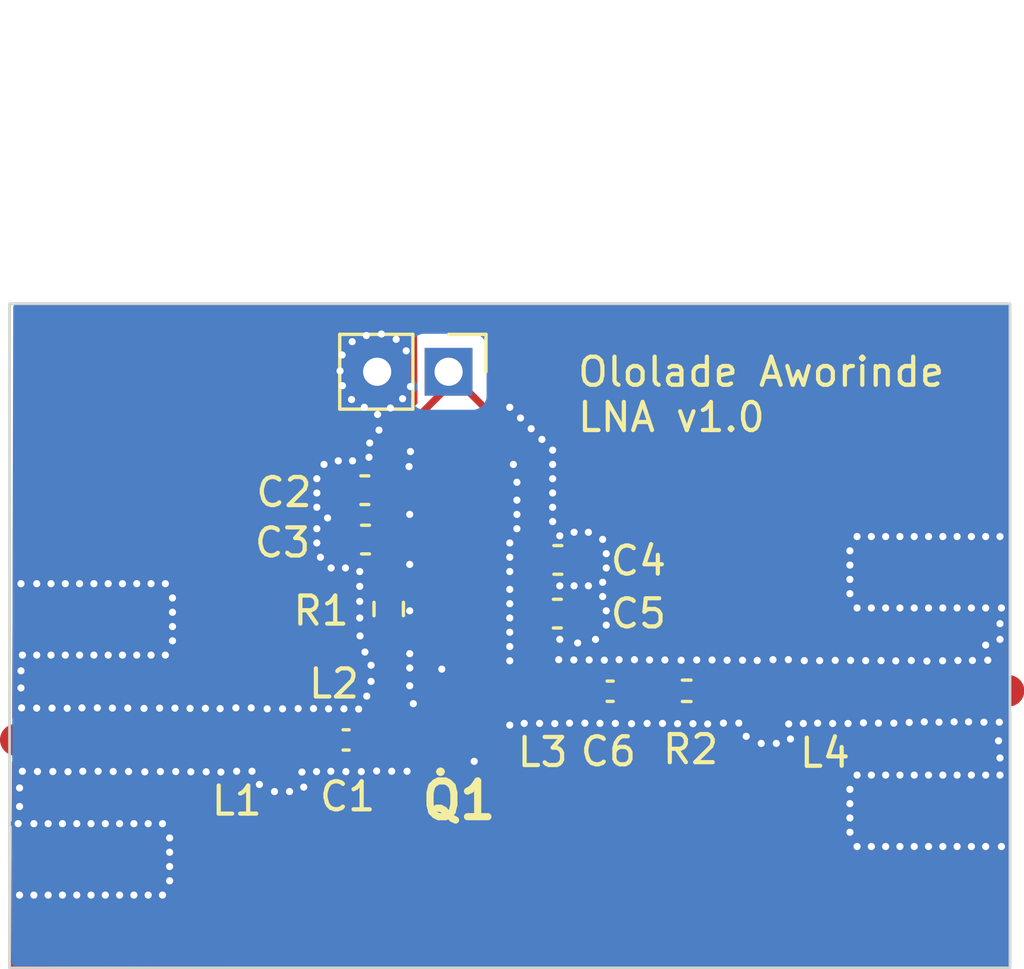
<source format=kicad_pcb>
(kicad_pcb (version 20240108) (generator "pcbnew") (generator_version "8.0")
  (layers (0 "F.Cu" signal) (31 "B.Cu" signal) (34 "B.Paste" user) (35 "F.Paste" user) (36 "B.SilkS" user "B.Silkscreen") (37 "F.SilkS" user "F.Silkscreen") (38 "B.Mask" user) (39 "F.Mask" user) (44 "Edge.Cuts" user))
  (net 0 "")
  (net 1 "Net-(Q1-B)")
  (net 2 "GND")
  (net 3 "Net-(Q1-C)")
  (net 4 "/RFin")
  (net 5 "VCC")
  (net 6 "Net-(C6-Pad2)")
  (net 7 "Net-(L2-Pad1)")
  (net 8 "/RF_out")
  (footprint "Connector_PinHeader_2.54mm:PinHeader_1x02_P2.54mm_Vertical" (layer "F.Cu") (at 126.858 68.459 -90)
    (property "Reference" "REF**" (hide yes))
    (property "Value" "PinHeader_1x02_P2.54mm_Vertical")
    (fp_line (start -1.33 3.87) (end 1.33 3.87) (stroke (width 0.12)) (layer "F.SilkS"))
    (fp_line (start -1.33 1.27) (end -1.33 3.87) (stroke (width 0.12)) (layer "F.SilkS"))
    (fp_line (start -1.33 1.27) (end 1.33 1.27) (stroke (width 0.12)) (layer "F.SilkS"))
    (fp_line (start 1.33 1.27) (end 1.33 3.87) (stroke (width 0.12)) (layer "F.SilkS"))
    (fp_line (start -1.33 0) (end -1.33 -1.33) (stroke (width 0.12)) (layer "F.SilkS"))
    (fp_line (start -1.33 -1.33) (end 0 -1.33) (stroke (width 0.12)) (layer "F.SilkS"))
    (pad "1" thru_hole rect (at 0 0 270) (size 1.7 1.7) (drill 1) (layers "*.Cu" "*.Mask") (net 5 "VCC"))
    (pad "2" thru_hole oval (at 0 2.54 270) (size 1.7 1.7) (drill 1) (layers "*.Cu" "*.Mask") (net 2 "GND"))
  )
  (footprint "Capacitor_SMD:C_0603_1608Metric" (layer "F.Cu") (at 130.722 77.061)
    (property "Reference" "C5" (at 2.882 0 0) (layer "F.SilkS"))
    (property "Value" "1nF")
    (fp_line (start -0.14058 -0.51) (end 0.14058 -0.51) (stroke (width 0.12)) (layer "F.SilkS"))
    (fp_line (start -0.14058 0.51) (end 0.14058 0.51) (stroke (width 0.12)) (layer "F.SilkS"))
    (pad "1" smd roundrect (at -0.775 0) (size 0.9 0.95) (layers "F.Cu" "F.Paste" "F.Mask") (net 5 "VCC"))
    (pad "2" smd roundrect (at 0.775 0) (size 0.9 0.95) (layers "F.Cu" "F.Paste" "F.Mask") (net 2 "GND"))
  )
  (footprint "Resistor_SMD:R_0603_1608Metric" (layer "F.Cu") (at 124.729 76.898 -90)
    (property "Reference" "R1" (at 0.064 2.4026 180) (layer "F.SilkS"))
    (property "Value" "27k")
    (fp_line (start -0.237258 0.5225) (end 0.237258 0.5225) (stroke (width 0.12)) (layer "F.SilkS"))
    (fp_line (start -0.237258 -0.5225) (end 0.237258 -0.5225) (stroke (width 0.12)) (layer "F.SilkS"))
    (pad "1" smd roundrect (at -0.825 0 270) (size 0.8 0.95) (layers "F.Cu" "F.Paste" "F.Mask") (net 5 "VCC"))
    (pad "2" smd roundrect (at 0.825 0 270) (size 0.8 0.95) (layers "F.Cu" "F.Paste" "F.Mask") (net 7 "Net-(L2-Pad1)"))
  )
  (footprint "Capacitor_SMD:C_0603_1608Metric" (layer "F.Cu") (at 123.904 74.428 180)
    (property "Reference" "C3" (at 2.9492 -0.11 0) (layer "F.SilkS"))
    (property "Value" "1nF")
    (fp_line (start -0.14058 0.51) (end 0.14058 0.51) (stroke (width 0.12)) (layer "F.SilkS"))
    (fp_line (start -0.14058 -0.51) (end 0.14058 -0.51) (stroke (width 0.12)) (layer "F.SilkS"))
    (pad "1" smd roundrect (at -0.775 0 180) (size 0.9 0.95) (layers "F.Cu" "F.Paste" "F.Mask") (net 5 "VCC"))
    (pad "2" smd roundrect (at 0.775 0 180) (size 0.9 0.95) (layers "F.Cu" "F.Paste" "F.Mask") (net 2 "GND"))
  )
  (footprint "Capacitor_SMD:C_0402_1005Metric" (layer "F.Cu") (at 123.215 81.553)
    (property "Reference" "C1" (at 0.0512 2.013 0) (layer "F.SilkS"))
    (property "Value" "10pF")
    (fp_line (start -0.107836 -0.36) (end 0.107836 -0.36) (stroke (width 0.12)) (layer "F.SilkS"))
    (fp_line (start -0.107836 0.36) (end 0.107836 0.36) (stroke (width 0.12)) (layer "F.SilkS"))
    (pad "1" smd roundrect (at -0.48 0) (size 0.56 0.62) (layers "F.Cu" "F.Paste" "F.Mask") (net 4 "/RFin"))
    (pad "2" smd roundrect (at 0.48 0) (size 0.56 0.62) (layers "F.Cu" "F.Paste" "F.Mask") (net 1 "Net-(Q1-B)"))
  )
  (footprint "Capacitor_SMD:C_0402_1005Metric" (layer "F.Cu") (at 132.6 79.821)
    (property "Reference" "C6" (at -0.0628 2.1448 0) (layer "F.SilkS"))
    (property "Value" "1pF")
    (fp_line (start -0.107836 -0.36) (end 0.107836 -0.36) (stroke (width 0.12)) (layer "F.SilkS"))
    (fp_line (start -0.107836 0.36) (end 0.107836 0.36) (stroke (width 0.12)) (layer "F.SilkS"))
    (pad "1" smd roundrect (at -0.48 0) (size 0.56 0.62) (layers "F.Cu" "F.Paste" "F.Mask") (net 3 "Net-(Q1-C)"))
    (pad "2" smd roundrect (at 0.48 0) (size 0.56 0.62) (layers "F.Cu" "F.Paste" "F.Mask") (net 6 "Net-(C6-Pad2)"))
  )
  (footprint "Resistor_SMD:R_0402_1005Metric" (layer "F.Cu") (at 135.32 79.806)
    (property "Reference" "R2" (at 0.1382 2.0836 0) (layer "F.SilkS"))
    (property "Value" "5 Ohm")
    (fp_line (start -0.153641 -0.38) (end 0.153641 -0.38) (stroke (width 0.12)) (layer "F.SilkS"))
    (fp_line (start -0.153641 0.38) (end 0.153641 0.38) (stroke (width 0.12)) (layer "F.SilkS"))
    (pad "1" smd roundrect (at -0.51 0) (size 0.54 0.64) (layers "F.Cu" "F.Paste" "F.Mask") (net 6 "Net-(C6-Pad2)"))
    (pad "2" smd roundrect (at 0.51 0) (size 0.54 0.64) (layers "F.Cu" "F.Paste" "F.Mask") (net 8 "/RF_out"))
  )
  (footprint "Capacitor_SMD:C_0603_1608Metric" (layer "F.Cu") (at 123.88 72.672 180)
    (property "Reference" "C2" (at 2.8744 -0.0736 0) (layer "F.SilkS"))
    (property "Value" "1uF")
    (fp_line (start -0.14058 0.51) (end 0.14058 0.51) (stroke (width 0.12)) (layer "F.SilkS"))
    (fp_line (start -0.14058 -0.51) (end 0.14058 -0.51) (stroke (width 0.12)) (layer "F.SilkS"))
    (pad "1" smd roundrect (at -0.775 0 180) (size 0.9 0.95) (layers "F.Cu" "F.Paste" "F.Mask") (net 5 "VCC"))
    (pad "2" smd roundrect (at 0.775 0 180) (size 0.9 0.95) (layers "F.Cu" "F.Paste" "F.Mask") (net 2 "GND"))
  )
  (footprint "Inductor_SMD:L_0402_1005Metric" (layer "F.Cu") (at 129.946 79.2 -90)
    (property "Reference" "L3" (at 2.7912 -0.2544 180) (layer "F.SilkS"))
    (property "Value" "4nH")
    (pad "1" smd roundrect (at -0.485 0 270) (size 0.59 0.64) (layers "F.Cu" "F.Paste" "F.Mask") (net 5 "VCC"))
    (pad "2" smd roundrect (at 0.485 0 270) (size 0.59 0.64) (layers "F.Cu" "F.Paste" "F.Mask") (net 3 "Net-(Q1-C)"))
  )
  (footprint "Inductor_SMD:L_0402_1005Metric" (layer "F.Cu") (at 138.059 80.4 -90)
    (property "Reference" "L4" (at 1.6166 -2.1744 180) (layer "F.SilkS"))
    (property "Value" "8nH")
    (pad "1" smd roundrect (at -0.485 0 270) (size 0.59 0.64) (layers "F.Cu" "F.Paste" "F.Mask") (net 8 "/RF_out"))
    (pad "2" smd roundrect (at 0.485 0 270) (size 0.59 0.64) (layers "F.Cu" "F.Paste" "F.Mask") (net 2 "GND"))
  )
  (footprint "Capacitor_SMD:C_0603_1608Metric" (layer "F.Cu") (at 130.741 75.151)
    (property "Reference" "C4" (at 2.863 0.033 0) (layer "F.SilkS"))
    (property "Value" "1uF")
    (fp_line (start -0.14058 -0.51) (end 0.14058 -0.51) (stroke (width 0.12)) (layer "F.SilkS"))
    (fp_line (start -0.14058 0.51) (end 0.14058 0.51) (stroke (width 0.12)) (layer "F.SilkS"))
    (pad "1" smd roundrect (at -0.775 0) (size 0.9 0.95) (layers "F.Cu" "F.Paste" "F.Mask") (net 5 "VCC"))
    (pad "2" smd roundrect (at 0.775 0) (size 0.9 0.95) (layers "F.Cu" "F.Paste" "F.Mask") (net 2 "GND"))
  )
  (footprint "SamacSys_Parts:BFP740H6327" (layer "F.Cu") (at 127.269 80.683)
    (property "Reference" "Q1" (at -0.043 3.025 0) (layer "F.SilkS") (effects (font (size 1.27 1.27) (thickness 0.254))))
    (property "Value" "BFP_740_H6327" (hide yes))
    (fp_line (start -0.75 2) (end -0.75 2) (stroke (width 0.2)) (layer "F.SilkS"))
    (fp_line (start -0.75 2) (end -0.75 2) (stroke (width 0.2)) (layer "F.SilkS"))
    (fp_line (start -0.65 2) (end -0.65 2) (stroke (width 0.2)) (layer "F.SilkS"))
    (fp_arc (start -0.75 2) (mid -0.7 1.95) (end -0.65 2) (stroke (width 0.2)) (layer "F.SilkS"))
    (fp_arc (start -0.65 2) (mid -0.7 2.05) (end -0.75 2) (stroke (width 0.2)) (layer "F.SilkS"))
    (fp_arc (start -0.65 2) (mid -0.7 2.05) (end -0.75 2) (stroke (width 0.2)) (layer "F.SilkS"))
    (pad "1" smd rect (at -0.65 0.8) (size 0.6 0.8) (layers "F.Cu" "F.Paste" "F.Mask") (net 1 "Net-(Q1-B)"))
    (pad "2" smd rect (at 0.5 0.8 90) (size 0.8 0.9) (layers "F.Cu" "F.Paste" "F.Mask") (net 2 "GND"))
    (pad "3" smd rect (at 0.65 -0.8) (size 0.6 0.8) (layers "F.Cu" "F.Paste" "F.Mask") (net 3 "Net-(Q1-C)"))
    (pad "4" smd rect (at -0.65 -0.8) (size 0.6 0.8) (layers "F.Cu" "F.Paste" "F.Mask") (net 2 "GND"))
  )
  (footprint "Inductor_SMD:L_0402_1005Metric" (layer "F.Cu") (at 120.925 82.155 -90)
    (property "Reference" "L1" (at 1.5634 1.5958 180) (layer "F.SilkS"))
    (property "Value" "18nH")
    (pad "1" smd roundrect (at -0.485 0 270) (size 0.59 0.64) (layers "F.Cu" "F.Paste" "F.Mask") (net 4 "/RFin"))
    (pad "2" smd roundrect (at 0.485 0 270) (size 0.59 0.64) (layers "F.Cu" "F.Paste" "F.Mask") (net 2 "GND"))
  )
  (footprint "Inductor_SMD:L_0402_1005Metric" (layer "F.Cu") (at 124.776 80.845 -90)
    (property "Reference" "L2" (at -1.2922 1.9924 180) (layer "F.SilkS"))
    (property "Value" "10nH")
    (pad "1" smd roundrect (at -0.485 0 270) (size 0.59 0.64) (layers "F.Cu" "F.Paste" "F.Mask") (net 7 "Net-(L2-Pad1)"))
    (pad "2" smd roundrect (at 0.485 0 270) (size 0.59 0.64) (layers "F.Cu" "F.Paste" "F.Mask") (net 1 "Net-(Q1-B)"))
  )
  (gr_rect (start 111.252 66.04) (end 146.812 89.662) (stroke (width 0.1)) (fill none) (layer "Edge.Cuts"))
  (gr_text "Ololade Aworinde\nLNA v1.0" (at 131.3688 70.6628 0) (layer "F.SilkS") (effects (font (size 1 1)) (justify left bottom)))
  (segment (start 124.107 81.543) (end 124.109 81.541) (width 1.12) (layer "F.Cu") (net 1))
  (segment (start 124.109 81.541) (end 126.109 81.541) (width 1.12) (layer "F.Cu") (net 1))
  (segment (start 127.767 82.315) (end 127.769 82.156) (width 0.5) (layer "F.Cu") (net 2))
  (segment (start 126.619 79.236) (end 126.616 79.035) (width 0.5) (layer "F.Cu") (net 2))
  (segment (start 126.616 79.035) (end 126.619 79.883) (width 0.5) (layer "F.Cu") (net 2))
  (segment (start 127.769 81.483) (end 127.767 82.315) (width 0.5) (layer "F.Cu") (net 2))
  (via (at 129.286 73.025) (size 0.508) (drill 0.254) (layers "F.Cu" "B.Cu") (net 2))
  (via (at 112.1156 87.0712) (size 0.508) (drill 0.254) (layers "F.Cu" "B.Cu") (net 2))
  (via (at 123.074 67.863) (size 0.508) (drill 0.254) (layers "F.Cu" "B.Cu") (net 2))
  (via (at 143.408397 82.803998) (size 0.508) (drill 0.254) (layers "F.Cu" "B.Cu") (net 2))
  (via (at 112.79 82.677) (size 0.508) (drill 0.254) (layers "F.Cu" "B.Cu") (net 2))
  (via (at 113.7412 75.9968) (size 0.508) (drill 0.254) (layers "F.Cu" "B.Cu") (net 2))
  (via (at 113.301 80.429) (size 0.508) (drill 0.254) (layers "F.Cu" "B.Cu") (net 2))
  (via (at 118.764 82.696) (size 0.508) (drill 0.254) (layers "F.Cu" "B.Cu") (net 2))
  (via (at 122.174 74.549) (size 0.508) (drill 0.254) (layers "F.Cu" "B.Cu") (net 2))
  (via (at 114.7572 78.5368) (size 0.508) (drill 0.254) (layers "F.Cu" "B.Cu") (net 2))
  (via (at 143.9164 76.8604) (size 0.508) (drill 0.254) (layers "F.Cu" "B.Cu") (net 2))
  (via (at 129.159 71.755) (size 0.508) (drill 0.254) (layers "F.Cu" "B.Cu") (net 2))
  (via (at 116.1796 87.0712) (size 0.508) (drill 0.254) (layers "F.Cu" "B.Cu") (net 2))
  (via (at 130.772 78.7) (size 0.508) (drill 0.254) (layers "F.Cu" "B.Cu") (net 2))
  (via (at 146.507201 85.344003) (size 0.508) (drill 0.254) (layers "F.Cu" "B.Cu") (net 2))
  (via (at 125.351 67.716) (size 0.508) (drill 0.254) (layers "F.Cu" "B.Cu") (net 2))
  (via (at 112.6236 84.5312) (size 0.508) (drill 0.254) (layers "F.Cu" "B.Cu") (net 2))
  (via (at 131.826 76.073) (size 0.508) (drill 0.254) (layers "F.Cu" "B.Cu") (net 2))
  (via (at 122.301 75.057) (size 0.508) (drill 0.254) (layers "F.Cu" "B.Cu") (net 2))
  (via (at 146.4056 81.5848) (size 0.508) (drill 0.254) (layers "F.Cu" "B.Cu") (net 2))
  (via (at 120.955 80.447) (size 0.508) (drill 0.254) (layers "F.Cu" "B.Cu") (net 2))
  (via (at 140.047 78.734) (size 0.508) (drill 0.254) (layers "F.Cu" "B.Cu") (net 2))
  (via (at 137.305 78.719) (size 0.508) (drill 0.254) (layers "F.Cu" "B.Cu") (net 2))
  (via (at 122.164 82.68) (size 0.508) (drill 0.254) (layers "F.Cu" "B.Cu") (net 2))
  (via (at 130.631 80.972) (size 0.508) (drill 0.254) (layers "F.Cu" "B.Cu") (net 2))
  (via (at 115.7732 78.5368) (size 0.508) (drill 0.254) (layers "F.Cu" "B.Cu") (net 2))
  (via (at 143.9164 85.344) (size 0.508) (drill 0.254) (layers "F.Cu" "B.Cu") (net 2))
  (via (at 132.918 78.7) (size 0.508) (drill 0.254) (layers "F.Cu" "B.Cu") (net 2))
  (via (at 137.435 81.425) (size 0.508) (drill 0.254) (layers "F.Cu" "B.Cu") (net 2))
  (via (at 111.6076 87.0712) (size 0.508) (drill 0.254) (layers "F.Cu" "B.Cu") (net 2))
  (via (at 136.066 80.984) (size 0.508) (drill 0.254) (layers "F.Cu" "B.Cu") (net 2))
  (via (at 129.032 78.74) (size 0.508) (drill 0.254) (layers "F.Cu" "B.Cu") (net 2))
  (via (at 111.6076 83.2612) (size 0.508) (drill 0.254) (layers "F.Cu" "B.Cu") (net 2))
  (via (at 144.424401 85.343998) (size 0.508) (drill 0.254) (layers "F.Cu" "B.Cu") (net 2))
  (via (at 113.6396 84.5312) (size 0.508) (drill 0.254) (layers "F.Cu" "B.Cu") (net 2))
  (via (at 129.032 78.232) (size 0.508) (drill 0.254) (layers "F.Cu" "B.Cu") (net 2))
  (via (at 122.555 73.66) (size 0.508) (drill 0.254) (layers "F.Cu" "B.Cu") (net 2))
  (via (at 141.122401 75.336402) (size 0.508) (drill 0.254) (layers "F.Cu" "B.Cu") (net 2))
  (via (at 141.147 78.724) (size 0.508) (drill 0.254) (layers "F.Cu" "B.Cu") (net 2))
  (via (at 120.133 83.137) (size 0.508) (drill 0.254) (layers "F.Cu" "B.Cu") (net 2))
  (via (at 112.244 82.677) (size 0.508) (drill 0.254) (layers "F.Cu" "B.Cu") (net 2))
  (via (at 144.291 80.922) (size 0.508) (drill 0.254) (layers "F.Cu" "B.Cu") (net 2))
  (via (at 117.0432 77.5208) (size 0.508) (drill 0.254) (layers "F.Cu" "B.Cu") (net 2))
  (via (at 134 78.709) (size 0.508) (drill 0.254) (layers "F.Cu" "B.Cu") (net 2))
  (via (at 132.461 75.438) (size 0.508) (drill 0.254) (layers "F.Cu" "B.Cu") (net 2))
  (via (at 123 68.43) (size 0.508) (drill 0.254) (layers "F.Cu" "B.Cu") (net 2))
  (via (at 117.0432 77.0128) (size 0.508) (drill 0.254) (layers "F.Cu" "B.Cu") (net 2))
  (via (at 142.392402 76.860402) (size 0.508) (drill 0.254) (layers "F.Cu" "B.Cu") (net 2))
  (via (at 116.585 80.423) (size 0.508) (drill 0.254) (layers "F.Cu" "B.Cu") (net 2))
  (via (at 146.4564 77.978) (size 0.508) (drill 0.254) (layers "F.Cu" "B.Cu") (net 2))
  (via (at 129.032 69.723) (size 0.508) (drill 0.254) (layers "F.Cu" "B.Cu") (net 2))
  (via (at 141.1224 83.312001) (size 0.508) (drill 0.254) (layers "F.Cu" "B.Cu") (net 2))
  (via (at 143.408401 85.343998) (size 0.508) (drill 0.254) (layers "F.Cu" "B.Cu") (net 2))
  (via (at 146.507201 76.860403) (size 0.508) (drill 0.254) (layers "F.Cu" "B.Cu") (net 2))
  (via (at 123.137 80.446) (size 0.508) (drill 0.254) (layers "F.Cu" "B.Cu") (net 2))
  (via (at 116.1796 84.5312) (size 0.508) (drill 0.254) (layers "F.Cu" "B.Cu") (net 2))
  (via (at 115.6716 84.5312) (size 0.508) (drill 0.254) (layers "F.Cu" "B.Cu") (net 2))
  (via (at 131.702 80.956) (size 0.508) (drill 0.254) (layers "F.Cu" "B.Cu") (net 2))
  (via (at 134.546 78.709) (size 0.508) (drill 0.254) (layers "F.Cu" "B.Cu") (net 2))
  (via (at 142.3924 82.804) (size 0.508) (drill 0.254) (layers "F.Cu" "B.Cu") (net 2))
  (via (at 118.213 80.432) (size 0.508) (drill 0.254) (layers "F.Cu" "B.Cu") (net 2))
  (via (at 145.948398 76.860398) (size 0.508) (drill 0.254) (layers "F.Cu" "B.Cu") (net 2))
  (via (at 141.122399 84.836001) (size 0.508) (drill 0.254) (layers "F.Cu" "B.Cu") (net 2))
  (via (at 130.81 77.978) (size 0.508) (drill 0.254) (layers "F.Cu" "B.Cu") (net 2))
  (via (at 113.2332 75.9968) (size 0.508) (drill 0.254) (layers "F.Cu" "B.Cu") (net 2))
  (via (at 137.828 78.728) (size 0.508) (drill 0.254) (layers "F.Cu" "B.Cu") (net 2))
  (via (at 118.736 80.441) (size 0.508) (drill 0.254) (layers "F.Cu" "B.Cu") (net 2))
  (via (at 129.032 81.026) (size 0.508) (drill 0.254) (layers "F.Cu" "B.Cu") (net 2))
  (via (at 116.059 82.688) (size 0.508) (drill 0.254) (layers "F.Cu" "B.Cu") (net 2))
  (via (at 113.6396 87.0712) (size 0.508) (drill 0.254) (layers "F.Cu" "B.Cu") (net 2))
  (via (at 112.762 80.422) (size 0.508) (drill 0.254) (layers "F.Cu" "B.Cu") (net 2))
  (via (at 120.409 80.447) (size 0.508) (drill 0.254) (layers "F.Cu" "B.Cu") (net 2))
  (via (at 122.174 72.771) (size 0.508) (drill 0.254) (layers "F.Cu" "B.Cu") (net 2))
  (via (at 130.556 71.247) (size 0.508) (drill 0.254) (layers "F.Cu" "B.Cu") (net 2))
  (via (at 112.1156 84.5312) (size 0.508) (drill 0.254) (layers "F.Cu" "B.Cu") (net 2))
  (via (at 125.5014 71.2978) (size 0.508) (drill 0.254) (layers "F.Cu" "B.Cu") (net 2))
  (via (at 142.900399 76.860398) (size 0.508) (drill 0.254) (layers "F.Cu" "B.Cu") (net 2))
  (via (at 134.997 80.975) (size 0.508) (drill 0.254) (layers "F.Cu" "B.Cu") (net 2))
  (via (at 131.308 78.709) (size 0.508) (drill 0.254) (layers "F.Cu" "B.Cu") (net 2))
  (via (at 141.376399 85.344003) (size 0.508) (drill 0.254) (layers "F.Cu" "B.Cu") (net 2))
  (via (at 114.7572 75.9968) (size 0.508) (drill 0.254) (layers "F.Cu" "B.Cu") (net 2))
  (via (at 141.8844 74.3204) (size 0.508) (drill 0.254) (layers "F.Cu" "B.Cu") (net 2))
  (via (at 131.854 78.709) (size 0.508) (drill 0.254) (layers "F.Cu" "B.Cu") (net 2))
  (via (at 114.6556 87.0712) (size 0.508) (drill 0.254) (layers "F.Cu" "B.Cu") (net 2))
  (via (at 146.4564 74.3204) (size 0.508) (drill 0.254) (layers "F.Cu" "B.Cu") (net 2))
  (via (at 135.123 78.72) (size 0.508) (drill 0.254) (layers "F.Cu" "B.Cu") (net 2))
  (via (at 145.440399 76.860401) (size 0.508) (drill 0.254) (layers "F.Cu" "B.Cu") (net 2))
  (via (at 123.754 82.68) (size 0.508) (drill 0.254) (layers "F.Cu" "B.Cu") (net 2))
  (via (at 129.032 75.057) (size 0.508) (drill 0.254) (layers "F.Cu" "B.Cu") (net 2))
  (via (at 124.994 67.307) (size 0.508) (drill 0.254) (layers "F.Cu" "B.Cu") (net 2))
  (via (at 132.238 80.965) (size 0.508) (drill 0.254) (layers "F.Cu" "B.Cu") (net 2))
  (via (at 115.1636 84.5312) (size 0.508) (drill 0.254) (layers "F.Cu" "B.Cu") (net 2))
  (via (at 120.669 83.389) (size 0.508) (drill 0.254) (layers "F.Cu" "B.Cu") (net 2))
  (via (at 132.393 78.716) (size 0.508) (drill 0.254) (layers "F.Cu" "B.Cu") (net 2))
  (via (at 111.6584 79.0956) (size 0.508) (drill 0.254) (layers "F.Cu" "B.Cu") (net 2))
  (via (at 123.699 77.215) (size 0.508) (drill 0.254) (layers "F.Cu" "B.Cu") (net 2))
  (via (at 131.156 80.956) (size 0.508) (drill 0.254) (layers "F.Cu" "B.Cu") (net 2))
  (via (at 141.122399 76.352401) (size 0.508) (drill 0.254) (layers "F.Cu" "B.Cu") (net 2))
  (via (at 123.43 67.391) (size 0.508) (drill 0.254) (layers "F.Cu" "B.Cu") (net 2))
  (via (at 141.3764 74.3204) (size 0.508) (drill 0.254) (layers "F.Cu" "B.Cu") (net 2))
  (via (at 116.031 80.433) (size 0.508) (drill 0.254) (layers "F.Cu" "B.Cu") (net 2))
  (via (at 115.482 82.677) (size 0.508) (drill 0.254) (layers "F.Cu" "B.Cu") (net 2))
  (via (at 142.137 80.956) (size 0.508) (drill 0.254) (layers "F.Cu" "B.Cu") (net 2))
  (via (at 113.1316 87.0712) (size 0.508) (drill 0.254) (layers "F.Cu" "B.Cu") (net 2))
  (via (at 125.476 73.533) (size 0.508) (drill 0.254) (layers "F.Cu" "B.Cu") (net 2))
  (via (at 114.1476 84.5312) (size 0.508) (drill 0.254) (layers "F.Cu" "B.Cu") (net 2))
  (via (at 133.464 78.7) (size 0.508) (drill 0.254) (layers "F.Cu" "B.Cu") (net 2))
  (via (at 127.767 82.315) (size 0.508) (drill 0.254) (layers "F.Cu" "B.Cu") (net 2))
  (via (at 123.698 75.565) (size 0.508) (drill 0.254) (layers "F.Cu" "B.Cu") (net 2))
  (via (at 125.476 79.629) (size 0.508) (drill 0.254) (layers "F.Cu" "B.Cu") (net 2))
  (via (at 146.432 80.922) (size 0.508) (drill 0.254) (layers "F.Cu" "B.Cu") (net 2))
  (via (at 138.947 80.984) (size 0.508) (drill 0.254) (layers "F.Cu" "B.Cu") (net 2))
  (via (at 145.9484 82.804) (size 0.508) (drill 0.254) (layers "F.Cu" "B.Cu") (net 2))
  (via (at 121.645 82.696) (size 0.508) (drill 0.254) (layers "F.Cu" "B.Cu") (net 2))
  (via (at 144.9324 85.343998) (size 0.508) (drill 0.254) (layers "F.Cu" "B.Cu") (net 2))
  (via (at 146.4564 82.1944) (size 0.508) (drill 0.254) (layers "F.Cu" "B.Cu") (net 2))
  (via (at 139.01 81.519) (size 0.508) (drill 0.254) (layers "F.Cu" "B.Cu") (net 2))
  (via (at 114.6556 84.5312) (size 0.508) (drill 0.254) (layers "F.Cu" "B.Cu") (net 2))
  (via (at 125.4506 71.8312) (size 0.508) (drill 0.254) (layers "F.Cu" "B.Cu") (net 2))
  (via (at 145.9484 78.1812) (size 0.508) (drill 0.254) (layers "F.Cu" "B.Cu") (net 2))
  (via (at 113.1316 84.5312) (size 0.508) (drill 0.254) (layers "F.Cu" "B.Cu") (net 2))
  (via (at 114.1476 87.0712) (size 0.508) (drill 0.254) (layers "F.Cu" "B.Cu") (net 2))
  (via (at 136.223 78.71) (size 0.508) (drill 0.254) (layers "F.Cu" "B.Cu") (net 2))
  (via (at 116.7892 78.5368) (size 0.508) (drill 0.254) (layers "F.Cu" "B.Cu") (net 2))
  (via (at 116.6876 87.0712) (size 0.508) (drill 0.254) (layers "F.Cu" "B.Cu") (net 2))
  (via (at 131.445 78.105) (size 0.508) (drill 0.254) (layers "F.Cu" "B.Cu") (net 2))
  (via (at 133.915 80.966) (size 0.508) (drill 0.254) (layers "F.Cu" "B.Cu") (net 2))
  (via (at 130.175 70.866) (size 0.508) (drill 0.254) (layers "F.Cu" "B.Cu") (net 2))
  (via (at 124.3 82.657) (size 0.508) (drill 0.254) (layers "F.Cu" "B.Cu") (net 2))
  (via (at 122.174 73.279) (size 0.508) (drill 0.254) (layers "F.Cu" "B.Cu") (net 2))
  (via (at 141.8844 82.804) (size 0.508) (drill 0.254) (layers "F.Cu" "B.Cu") (net 2))
  (via (at 129.032 75.565) (size 0.508) (drill 0.254) (layers "F.Cu" "B.Cu") (net 2))
  (via (at 130.556 72.771) (size 0.508) (drill 0.254) (layers "F.Cu" "B.Cu") (net 2))
  (via (at 130.556 73.787) (size 0.508) (drill 0.254) (layers "F.Cu" "B.Cu") (net 2))
  (via (at 132.461 77.47) (size 0.508) (drill 0.254) (layers "F.Cu" "B.Cu") (net 2))
  (via (at 114.936 82.677) (size 0.508) (drill 0.254) (layers "F.Cu" "B.Cu") (net 2))
  (via (at 144.9324 82.804) (size 0.508) (drill 0.254) (layers "F.Cu" "B.Cu") (net 2))
  (via (at 129.286 73.533) (size 0.508) (drill 0.254) (layers "F.Cu" "B.Cu") (net 2))
  (via (at 145.477 78.728) (size 0.508) (drill 0.254) (layers "F.Cu" "B.Cu") (net 2))
  (via (at 124.333 69.977) (size 0.508) (drill 0.254) (layers "F.Cu" "B.Cu") (net 2))
  (via (at 135.543 80.975) (size 0.508) (drill 0.254) (layers "F.Cu" "B.Cu") (net 2))
  (via (at 146.022 78.718) (size 0.508) (drill 0.254) (layers "F.Cu" "B.Cu") (net 2))
  (via (at 122.174 72.263) (size 0.508) (drill 0.254) (layers "F.Cu" "B.Cu") (net 2))
  (via (at 122.673 82.669) (size 0.508) (drill 0.254) (layers "F.Cu" "B.Cu") (net 2))
  (via (at 124.7902 69.7484) (size 0.508) (drill 0.254) (layers "F.Cu" "B.Cu") (net 2))
  (via (at 129.286 72.39) (size 0.508) (drill 0.254) (layers "F.Cu" "B.Cu") (net 2))
  (via (at 130.556 73.279) (size 0.508) (drill 0.254) (layers "F.Cu" "B.Cu") (net 2))
  (via (at 119.87 82.667) (size 0.508) (drill 0.254) (layers "F.Cu" "B.Cu") (net 2))
  (via (at 114.4 82.668) (size 0.508) (drill 0.254) (layers "F.Cu" "B.Cu") (net 2))
  (via (at 145.9484 74.3204) (size 0.508) (drill 0.254) (layers "F.Cu" "B.Cu") (net 2))
  (via (at 114.372 80.413) (size 0.508) (drill 0.254) (layers "F.Cu" "B.Cu") (net 2))
  (via (at 115.2652 75.9968) (size 0.508) (drill 0.254) (layers "F.Cu" "B.Cu") (net 2))
  (via (at 119.842 80.412) (size 0.508) (drill 0.254) (layers "F.Cu" "B.Cu") (net 2))
  (via (at 111.708 82.668) (size 0.508) (drill 0.254) (layers "F.Cu" "B.Cu") (net 2))
  (via (at 129.032 77.216) (size 0.508) (drill 0.254) (layers "F.Cu" "B.Cu") (net 2))
  (via (at 126.616 79.035) (size 0.508) (drill 0.254) (layers "F.Cu" "B.Cu") (net 2))
  (via (at 130.556 72.263) (size 0.508) (drill 0.254) (layers "F.Cu" "B.Cu") (net 2))
  (via (at 135.677 78.71) (size 0.508) (drill 0.254) (layers "F.Cu" "B.Cu") (net 2))
  (via (at 136.759 78.719) (size 0.508) (drill 0.254) (layers "F.Cu" "B.Cu") (net 2))
  (via (at 112.6236 87.0712) (size 0.508) (drill 0.254) (layers "F.Cu" "B.Cu") (net 2))
  (via (at 112.7252 75.9968) (size 0.508) (drill 0.254) (layers "F.Cu" "B.Cu") (net 2))
  (via (at 139.975 80.957) (size 0.508) (drill 0.254) (layers "F.Cu" "B.Cu") (net 2))
  (via (at 112.2172 75.9968) (size 0.508) (drill 0.254) (layers "F.Cu" "B.Cu") (net 2))
  (via (at 123.19 75.438) (size 0.508) (drill 0.254) (layers "F.Cu" "B.Cu") (net 2))
  (via (at 132.461 74.93) (size 0.508) (drill 0.254) (layers "F.Cu" "B.Cu") (net 2))
  (via (at 112.7252 78.5368) (size 0.508) (drill 0.254) (layers "F.Cu" "B.Cu") (net 2))
  (via (at 141.8844 76.8604) (size 0.508) (drill 0.254) (layers "F.Cu" "B.Cu") (net 2))
  (via (at 116.7892 75.9968) (size 0.508) (drill 0.254) (layers "F.Cu" "B.Cu") (net 2))
  (via (at 113.854 82.668) (size 0.508) (drill 0.254) (layers "F.Cu" "B.Cu") (net 2))
  (via (at 142.752 78.742) (size 0.508) (drill 0.254) (layers "F.Cu" "B.Cu") (net 2))
  (via (at 138.388 78.699) (size 0.508) (drill 0.254) (layers "F.Cu" "B.Cu") (net 2))
  (via (at 137.172 80.955) (size 0.508) (drill 0.254) (layers "F.Cu" "B.Cu") (net 2))
  (via (at 131.318 76.073) (size 0.508) (drill 0.254) (layers "F.Cu" "B.Cu") (net 2))
  (via (at 114.2492 75.9968) (size 0.508) (drill 0.254) (layers "F.Cu" "B.Cu") (net 2))
  (via (at 144.4244 74.3204) (size 0.508) (drill 0.254) (layers "F.Cu" "B.Cu") (net 2))
  (via (at 141.3764 82.804) (size 0.508) (drill 0.254) (layers "F.Cu" "B.Cu") (net 2))
  (via (at 116.9416 86.0552) (size 0.508) (drill 0.254) (layers "F.Cu" "B.Cu") (net 2))
  (via (at 144.962 78.728) (size 0.508) (drill 0.254) (layers "F.Cu" "B.Cu") (net 2))
  (via (at 111.6584 79.7052) (size 0.508) (drill 0.254) (layers "F.Cu" "B.Cu") (net 2))
  (via (at 143.408397 74.320398) (size 0.508) (drill 0.254) (layers "F.Cu" "B.Cu") (net 2))
  (via (at 123.885 78.428) (size 0.508) (drill 0.254) (layers "F.Cu" "B.Cu") (net 2))
  (via (at 117.667 80.432) (size 0.508) (drill 0.254) (layers "F.Cu" "B.Cu") (net 2))
  (via (at 122.682 75.438) (size 0.508) (drill 0.254) (layers "F.Cu" "B.Cu") (net 2))
  (via (at 112.2172 78.5368) (size 0.508) (drill 0.254) (layers "F.Cu" "B.Cu") (net 2))
  (via (at 138.506 81.677) (size 0.508) (drill 0.254) (layers "F.Cu" "B.Cu") (net 2))
  (via (at 139.501 78.734) (size 0.508) (drill 0.254) (layers "F.Cu" "B.Cu") (net 2))
  (via (at 144.4244 82.804) (size 0.508) (drill 0.254) (layers "F.Cu" "B.Cu") (net 2))
  (via (at 144.9324 74.3204) (size 0.508) (drill 0.254) (layers "F.Cu" "B.Cu") (net 2))
  (via (at 115.2652 78.5368) (size 0.508) (drill 0.254) (layers "F.Cu" "B.Cu") (net 2))
  (via (at 123.861 69.721) (size 0.508) (drill 0.254) (layers "F.Cu" "B.Cu") (net 2))
  (via (at 122.936 71.628) (size 0.508) (drill 0.254) (layers "F.Cu" "B.Cu") (net 2))
  (via (at 139.466 80.968) (size 0.508) (drill 0.254) (layers "F.Cu" "B.Cu") (net 2))
  (via (at 113.826 80.413) (size 0.508) (drill 0.254) (layers "F.Cu" "B.Cu") (net 2))
  (via (at 125.603 80.264) (size 0.508) (drill 0.254) (layers "F.Cu" "B.Cu") (net 2))
  (via (at 142.9004 74.3204) (size 0.508) (drill 0.254) (layers "F.Cu" "B.Cu") (net 2))
  (via (at 140.601 78.724) (size 0.508) (drill 0.254) (layers "F.Cu" "B.Cu") (net 2))
  (via (at 133.361 80.976) (size 0.508) (drill 0.254) (layers "F.Cu" "B.Cu") (net 2))
  (via (at 117.0432 78.0288) (size 0.508) (drill 0.254) (layers "F.Cu" "B.Cu") (net 2))
  (via (at 123.699 76.092) (size 0.508) (drill 0.254) (layers "F.Cu" "B.Cu") (net 2))
  (via (at 141.602 80.945) (size 0.508) (drill 0.254) (layers "F.Cu" "B.Cu") (net 2))
  (via (at 114.908 80.422) (size 0.508) (drill 0.254) (layers "F.Cu" "B.Cu") (net 2))
  (via (at 116.9416 85.0392) (size 0.508) (drill 0.254) (layers "F.Cu" "B.Cu") (net 2))
  (via (at 112.216 80.422) (size 0.508) (drill 0.254) (layers "F.Cu" "B.Cu") (net 2))
  (via (at 116.9416 86.5632) (size 0.508) (drill 0.254) (layers "F.Cu" "B.Cu") (net 2))
  (via (at 145.4404 82.803998) (size 0.508) (drill 0.254) (layers "F.Cu" "B.Cu") (net 2))
  (via (at 115.7732 75.9968) (size 0.508) (drill 0.254) (layers "F.Cu" "B.Cu") (net 2))
  (via (at 143.86 78.749) (size 0.508) (drill 0.254) (layers "F.Cu" "B.Cu") (net 2))
  (via (at 146.4564 77.4192) (size 0.508) (drill 0.254) (layers "F.Cu" "B.Cu") (net 2))
  (via (at 131.826 74.168) (size 0.508) (drill 0.254) (layers "F.Cu" "B.Cu") (net 2))
  (via (at 142.900399 85.343998) (size 0.508) (drill 0.254) (layers "F.Cu" "B.Cu") (net 2))
  (via (at 125.476 78.994) (size 0.508) (drill 0.254) (layers "F.Cu" "B.Cu") (net 2))
  (via (at 111.6076 83.9216) (size 0.508) (drill 0.254) (layers "F.Cu" "B.Cu") (net 2))
  (via (at 117.695 82.687) (size 0.508) (drill 0.254) (layers "F.Cu" "B.Cu") (net 2))
  (via (at 118.241 82.687) (size 0.508) (drill 0.254) (layers "F.Cu" "B.Cu") (net 2))
  (via (at 124.835 82.668) (size 0.508) (drill 0.254) (layers "F.Cu" "B.Cu") (net 2))
  (via (at 132.08 77.978) (size 0.508) (drill 0.254) (layers "F.Cu" "B.Cu") (net 2))
  (via (at 141.8844 85.344) (size 0.508) (drill 0.254) (layers "F.Cu" "B.Cu") (net 2))
  (via (at 129.413 70.104) (size 0.508) (drill 0.254) (layers "F.Cu" "B.Cu") (net 2))
  (via (at 125.476 78.486) (size 0.508) (drill 0.254) (layers "F.Cu" "B.Cu") (net 2))
  (via (at 143.766 80.911) (size 0.508) (drill 0.254) (layers "F.Cu" "B.Cu") (net 2))
  (via (at 130.81 74.295) (size 0.508) (drill 0.254) (layers "F.Cu" "B.Cu") (net 2))
  (via (at 124.469 67.118) (size 0.508) (drill 0.254) (layers "F.Cu" "B.Cu") (net 2))
  (via (at 143.304 78.728) (size 0.508) (drill 0.254) (layers "F.Cu" "B.Cu") (net 2))
  (via (at 141.683 78.733) (size 0.508) (drill 0.254) (layers "F.Cu" "B.Cu") (net 2))
  (via (at 113.7412 78.5368) (size 0.508) (drill 0.254) (layers "F.Cu" "B.Cu") (net 2))
  (via (at 144.417 78.739) (size 0.508) (drill 0.254) (layers "F.Cu" "B.Cu") (net 2))
  (via (at 111.7092 78.5368) (size 0.508) (drill 0.254) (layers "F.Cu" "B.Cu") (net 2))
  (via (at 129.032 77.724) (size 0.508) (drill 0.254) (layers "F.Cu" "B.Cu") (net 2))
  (via (at 123.66 80.455) (size 0.508) (drill 0.254) (layers "F.Cu" "B.Cu") (net 2))
  (via (at 129.032 76.708) (size 0.508) (drill 0.254) (layers "F.Cu" "B.Cu") (net 2))
  (via (at 137.971 81.677) (size 0.508) (drill 0.254) (layers "F.Cu" "B.Cu") (net 2))
  (via (at 144.424401 76.860398) (size 0.508) (drill 0.254) (layers "F.Cu" "B.Cu") (net 2))
  (via (at 121.204 83.389) (size 0.508) (drill 0.254) (layers "F.Cu" "B.Cu") (net 2))
  (via (at 132.461 76.962) (size 0.508) (drill 0.254) (layers "F.Cu" "B.Cu") (net 2))
  (via (at 115.454 80.422) (size 0.508) (drill 0.254) (layers "F.Cu" "B.Cu") (net 2))
  (via (at 142.3924 74.3204) (size 0.508) (drill 0.254) (layers "F.Cu" "B.Cu") (net 2))
  (via (at 114.2492 78.5368) (size 0.508) (drill 0.254) (layers "F.Cu" "B.Cu") (net 2))
  (via (at 115.1636 87.0712) (size 0.508) (drill 0.254) (layers "F.Cu" "B.Cu") (net 2))
  (via (at 132.334 75.946) (size 0.508) (drill 0.254) (layers "F.Cu" "B.Cu") (net 2))
  (via (at 125.5014 68.9864) (size 0.508) (drill 0.254) (layers "F.Cu" "B.Cu") (net 2))
  (via (at 113.329 82.684) (size 0.508) (drill 0.254) (layers "F.Cu" "B.Cu") (net 2))
  (via (at 143.916403 74.320401) (size 0.508) (drill 0.254) (layers "F.Cu" "B.Cu") (net 2))
  (via (at 116.613 82.678) (size 0.508) (drill 0.254) (layers "F.Cu" "B.Cu") (net 2))
  (via (at 124.102 79.471) (size 0.508) (drill 0.254) (layers "F.Cu" "B.Cu") (net 2))
  (via (at 141.1224 74.828401) (size 0.508) (drill 0.254) (layers "F.Cu" "B.Cu") (net 2))
  (via (at 129.032 76.2) (size 0.508) (drill 0.254) (layers "F.Cu" "B.Cu") (net 2))
  (via (at 141.122399 75.844398) (size 0.508) (drill 0.254) (layers "F.Cu" "B.Cu") (net 2))
  (via (at 119.324 82.667) (size 0.508) (drill 0.254) (layers "F.Cu" "B.Cu") (net 2))
  (via (at 141.122399 84.327998) (size 0.508) (drill 0.254) (layers "F.Cu" "B.Cu") (net 2))
  (via (at 145.440399 85.344001) (size 0.508) (drill 0.254) (layers "F.Cu" "B.Cu") (net 2))
  (via (at 130.81 76.073) (size 0.508) (drill 0.254) (layers "F.Cu" "B.Cu") (net 2))
  (via (at 121.509 80.437) (size 0.508) (drill 0.254) (layers "F.Cu" "B.Cu") (net 2))
  (via (at 125.476 75.311) (size 0.508) (drill 0.254) (layers "F.Cu" "B.Cu") (net 2))
  (via (at 144.9324 76.860398) (size 0.508) (drill 0.254) (layers "F.Cu" "B.Cu") (net 2))
  (via (at 117.131 80.423) (size 0.508) (drill 0.254) (layers "F.Cu" "B.Cu") (net 2))
  (via (at 122.428 71.755) (size 0.508) (drill 0.254) (layers "F.Cu" "B.Cu") (net 2))
  (via (at 125.381 82.668) (size 0.508) (drill 0.254) (layers "F.Cu" "B.Cu") (net 2))
  (via (at 129.032 74.549) (size 0.508) (drill 0.254) (layers "F.Cu" "B.Cu") (net 2))
  (via (at 122.174 74.041) (size 0.508) (drill 0.254) (layers "F.Cu" "B.Cu") (net 2))
  (via (at 145.886 80.922) (size 0.508) (drill 0.254) (layers "F.Cu" "B.Cu") (net 2))
  (via (at 130.092 80.965) (size 0.508) (drill 0.254) (layers "F.Cu" "B.Cu") (net 2))
  (via (at 141.122401 83.820002) (size 0.508) (drill 0.254) (layers "F.Cu" "B.Cu") (net 2))
  (via (at 116.2812 78.5368) (size 0.508) (drill 0.254) (layers "F.Cu" "B.Cu") (net 2))
  (via (at 123.208 82.68) (size 0.508) (drill 0.254) (layers "F.Cu" "B.Cu") (net 2))
  (via (at 138.934 78.699) (size 0.508) (drill 0.254) (layers "F.Cu" "B.Cu") (net 2))
  (via (at 141.056 80.968) (size 0.508) (drill 0.254) (layers "F.Cu" "B.Cu") (net 2))
  (via (at 123.444 71.628) (size 0.508) (drill 0.254) (layers "F.Cu" "B.Cu") (net 2))
  (via (at 124.102 78.897) (size 0.508) (drill 0.254) (layers "F.Cu" "B.Cu") (net 2))
  (via (at 115.6716 87.0712) (size 0.508) (drill 0.254) (layers "F.Cu" "B.Cu") (net 2))
  (via (at 142.683 80.956) (size 0.508) (drill 0.254) (layers "F.Cu" "B.Cu") (net 2))
  (via (at 123.409 69.448) (size 0.508) (drill 0.254) (layers "F.Cu" "B.Cu") (net 2))
  (via (at 121.708 83.231) (size 0.508) (drill 0.254) (layers "F.Cu" "B.Cu") (net 2))
  (via (at 116.9416 85.5472) (size 0.508) (drill 0.254) (layers "F.Cu" "B.Cu") (net 2))
  (via (at 122.055 80.437) (size 0.508) (drill 0.254) (layers "F.Cu" "B.Cu") (net 2))
  (via (at 124.3838 70.5358) (size 0.508) (drill 0.254) (layers "F.Cu" "B.Cu") (net 2))
  (via (at 143.408401 76.860398) (size 0.508) (drill 0.254) (layers "F.Cu" "B.Cu") (net 2))
  (via (at 143.916403 82.804001) (size 0.508) (drill 0.254) (layers "F.Cu" "B.Cu") (net 2))
  (via (at 129.546 80.965) (size 0.508) (drill 0.254) (layers "F.Cu" "B.Cu") (net 2))
  (via (at 134.461 80.966) (size 0.508) (drill 0.254) (layers "F.Cu" "B.Cu") (net 2))
  (via (at 119.296 80.412) (size 0.508) (drill 0.254) (layers "F.Cu" "B.Cu") (net 2))
  (via (at 145.4404 74.320398) (size 0.508) (drill 0.254) (layers "F.Cu" "B.Cu") (net 2))
  (via (at 117.159 82.678) (size 0.508) (drill 0.254) (layers "F.Cu" "B.Cu") (net 2))
  (via (at 132.334 74.422) (size 0.508) (drill 0.254) (layers "F.Cu" "B.Cu") (net 2))
  (via (at 136.626 80.955) (size 0.508) (drill 0.254) (layers "F.Cu" "B.Cu") (net 2))
  (via (at 140.51 80.968) (size 0.508) (drill 0.254) (layers "F.Cu" "B.Cu") (net 2))
  (via (at 116.2812 75.9968) (size 0.508) (drill 0.254) (layers "F.Cu" "B.Cu") (net 2))
  (via (at 129.794 70.485) (size 0.508) (drill 0.254) (layers "F.Cu" "B.Cu") (net 2))
  (via (at 111.5568 84.5312) (size 0.508) (drill 0.254) (layers "F.Cu" "B.Cu") (net 2))
  (via (at 142.9004 82.804) (size 0.508) (drill 0.254) (layers "F.Cu" "B.Cu") (net 2))
  (via (at 113.2332 78.5368) (size 0.508) (drill 0.254) (layers "F.Cu" "B.Cu") (net 2))
  (via (at 144.826 80.911) (size 0.508) (drill 0.254) (layers "F.Cu" "B.Cu") (net 2))
  (via (at 124.0282 71.501) (size 0.508) (drill 0.254) (layers "F.Cu" "B.Cu") (net 2))
  (via (at 145.948398 85.343998) (size 0.508) (drill 0.254) (layers "F.Cu" "B.Cu") (net 2))
  (via (at 145.34 80.911) (size 0.508) (drill 0.254) (layers "F.Cu" "B.Cu") (net 2))
  (via (at 117.0432 76.5048) (size 0.508) (drill 0.254) (layers "F.Cu" "B.Cu") (net 2))
  (via (at 125.222 69.4182) (size 0.508) (drill 0.254) (layers "F.Cu" "B.Cu") (net 2))
  (via (at 131.318 74.168) (size 0.508) (drill 0.254) (layers "F.Cu" "B.Cu") (net 2))
  (via (at 130.556 71.755) (size 0.508) (drill 0.254) (layers "F.Cu" "B.Cu") (net 2))
  (via (at 122.591 80.446) (size 0.508) (drill 0.254) (layers "F.Cu" "B.Cu") (net 2))
  (via (at 143.231 80.932) (size 0.508) (drill 0.254) (layers "F.Cu" "B.Cu") (net 2))
  (via (at 124.0536 70.993) (size 0.508) (drill 0.254) (layers "F.Cu" "B.Cu") (net 2))
  (via (at 141.376399 76.860403) (size 0.508) (drill 0.254) (layers "F.Cu" "B.Cu") (net 2))
  (via (at 146.4564 82.804) (size 0.508) (drill 0.254) (layers "F.Cu" "B.Cu") (net 2))
  (via (at 123.71 77.855) (size 0.508) (drill 0.254) (layers "F.Cu" "B.Cu") (net 2))
  (via (at 125.476 76.962) (size 0.508) (drill 0.254) (layers "F.Cu" "B.Cu") (net 2))
  (via (at 111.68 80.413) (size 0.508) (drill 0.254) (layers "F.Cu" "B.Cu") (net 2))
  (via (at 142.392402 85.344002) (size 0.508) (drill 0.254) (layers "F.Cu" "B.Cu") (net 2))
  (via (at 123.934 67.171) (size 0.508) (drill 0.254) (layers "F.Cu" "B.Cu") (net 2))
  (via (at 132.784 80.965) (size 0.508) (drill 0.254) (layers "F.Cu" "B.Cu") (net 2))
  (via (at 123.699 76.627) (size 0.508) (drill 0.254) (layers "F.Cu" "B.Cu") (net 2))
  (via (at 123.948 79.996) (size 0.508) (drill 0.254) (layers "F.Cu" "B.Cu") (net 2))
  (via (at 123.084 68.955) (size 0.508) (drill 0.254) (layers "F.Cu" "B.Cu") (net 2))
  (via (at 142.229 78.733) (size 0.508) (drill 0.254) (layers "F.Cu" "B.Cu") (net 2))
  (via (at 132.334 76.454) (size 0.508) (drill 0.254) (layers "F.Cu" "B.Cu") (net 2))
  (via (at 111.6584 75.9968) (size 0.508) (drill 0.254) (layers "F.Cu" "B.Cu") (net 2))
  (via (at 129.286 74.041) (size 0.508) (drill 0.254) (layers "F.Cu" "B.Cu") (net 2))
  (via (at 116.6876 84.5312) (size 0.508) (drill 0.254) (layers "F.Cu" "B.Cu") (net 2))
  (segment (start 128.2446 79.883) (end 131.834 79.883) (width 1.12) (layer "F.Cu") (net 3))
  (segment (start 111.479 81.553) (end 111.472 81.546) (width 1.12) (layer "F.Cu") (net 4))
  (segment (start 122.355 81.553) (end 111.479 81.553) (width 1.12) (layer "F.Cu") (net 4))
  (segment (start 124.687 71.139) (end 124.687 73.118) (width 0.25) (layer "F.Cu") (net 5))
  (segment (start 129.921 78.837) (end 129.946 78.862) (width 0.25) (layer "F.Cu") (net 5))
  (segment (start 129.921 71.522) (end 129.921 78.837) (width 0.25) (layer "F.Cu") (net 5))
  (segment (start 124.669 73.136) (end 124.669 76.013) (width 0.25) (layer "F.Cu") (net 5))
  (segment (start 126.858 68.968) (end 126.858 68.459) (width 0.25) (layer "F.Cu") (net 5))
  (segment (start 124.687 71.139) (end 126.858 68.968) (width 0.25) (layer "F.Cu") (net 5))
  (segment (start 124.669 76.013) (end 124.729 76.073) (width 0.25) (layer "F.Cu") (net 5))
  (segment (start 124.687 73.118) (end 124.669 73.136) (width 0.25) (layer "F.Cu") (net 5))
  (segment (start 126.858 68.459) (end 129.921 71.522) (width 0.25) (layer "F.Cu") (net 5))
  (segment (start 133.4 79.821) (end 134.4 79.821) (width 1.12) (layer "F.Cu") (net 6))
  (segment (start 124.776 80.202) (end 124.776 77.77) (width 0.25) (layer "F.Cu") (net 7))
  (segment (start 124.776 77.77) (end 124.729 77.723) (width 0.25) (layer "F.Cu") (net 7))
  (segment (start 136.2 79.806) (end 146.7612 79.806) (width 1.12) (layer "F.Cu") (net 8))
  (zone (net 2) (net_name "GND") (layer "F.Cu") (priority 1) (connect_pads yes (clearance 0.22)) (min_thickness 0.025) (fill yes (thermal_gap 0.025) (thermal_bridge_width 0.025))
    (polygon (pts (xy 146.812 66.04) (xy 146.778678 89.702) (xy 128.774678 89.687788) (xy 128.727078 66.001388)))
  )
  (zone (net 2) (net_name "GND") (layer "F.Cu") (priority 1) (connect_pads yes (clearance 0.22)) (min_thickness 0.025) (fill yes (thermal_gap 0.025) (thermal_bridge_width 0.025))
    (polygon (pts (xy 125.73 65.938) (xy 125.8792 89.599) (xy 111.3028 89.6244) (xy 111.4076 65.9634)))
  )
  (zone (net 2) (net_name "GND") (layer "B.Cu") (connect_pads yes (clearance 0.5)) (min_thickness 0.25) (fill yes (thermal_gap 0.5) (thermal_bridge_width 0.5))
    (polygon (pts (xy 111.3822 65.9888) (xy 146.812 66.04) (xy 146.812 89.7128) (xy 111.3282 89.599)))
  )
)
</source>
